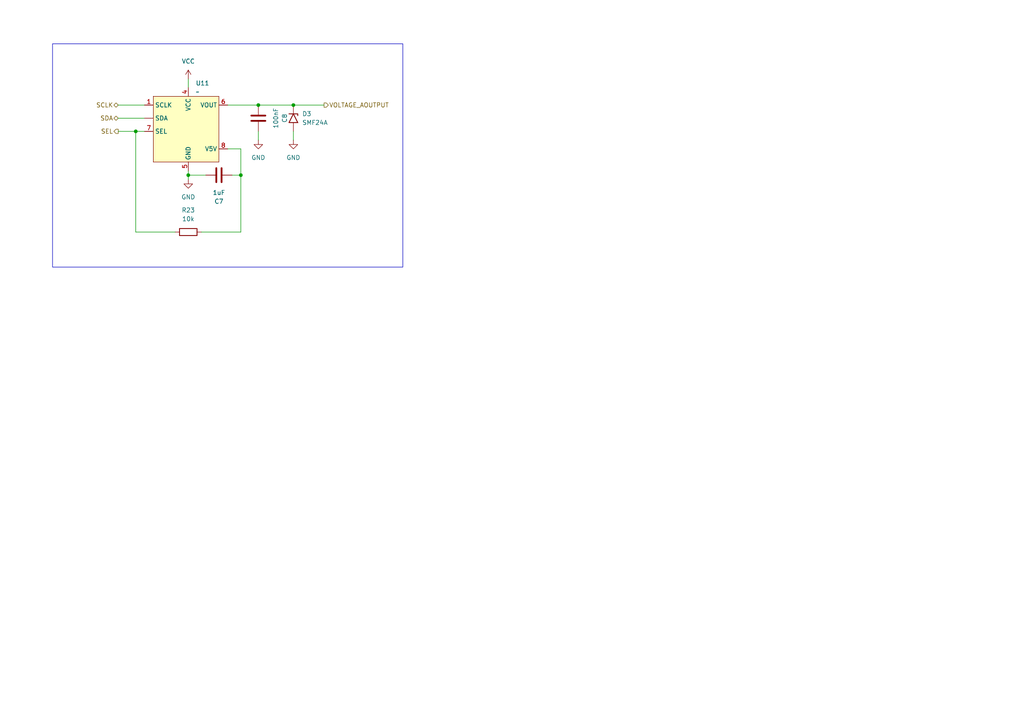
<source format=kicad_sch>
(kicad_sch (version 20250114) (generator "eeschema") (generator_version "9.0")
  (paper "A4")
  (lib_symbols
    (symbol "Device:C" (pin_numbers (hide yes)) (pin_names (offset 0.254))
      (property "Reference" "C" (at 0.635 2.54 0))
      (property "Value" "C" (at 0.635 -2.54 0))
      (symbol "C_0_1"
        (polyline (pts (xy -2.032 0.762) (xy 2.032 0.762)) (stroke (width 0.508)))
        (polyline (pts (xy -2.032 -0.762) (xy 2.032 -0.762)) (stroke (width 0.508)))
      )
      (symbol "C_1_1"
        (pin passive line (at 0 3.81 270) (length 2.794) (name "~") (number "1"))
        (pin passive line (at 0 -3.81 90) (length 2.794) (name "~") (number "2"))
      )
    )
    (symbol "Device:R" (pin_numbers (hide yes)) (pin_names (offset 0))
      (property "Reference" "R" (at 2.032 0 90))
      (property "Value" "R" (at 0 0 90))
      (symbol "R_0_1"
        (rectangle (start -1.016 -2.54) (end 1.016 2.54) (stroke (width 0.254)))
      )
      (symbol "R_1_1"
        (pin passive line (at 0 3.81 270) (length 1.27) (name "~") (number "1"))
        (pin passive line (at 0 -3.81 90) (length 1.27) (name "~") (number "2"))
      )
    )
    (symbol "Diode:SMF24A" (pin_numbers (hide yes)) (pin_names (offset 1.016) (hide yes))
      (property "Reference" "D" (at 0 2.54 0))
      (property "Value" "SMF24A" (at 0 -2.54 0))
      (symbol "SMF24A_0_1"
        (polyline (pts (xy -0.762 1.27) (xy -1.27 1.27) (xy -1.27 -1.27)) (stroke (width 0.254)))
        (polyline (pts (xy 1.27 1.27) (xy 1.27 -1.27) (xy -1.27 0) (xy 1.27 1.27)) (stroke (width 0.254)))
      )
      (symbol "SMF24A_1_1"
        (pin passive line (at -3.81 0 0) (length 2.54) (name "A1") (number "1"))
        (pin passive line (at 3.81 0 180) (length 2.54) (name "A2") (number "2"))
      )
    )
    (symbol "Riqi_Parts:GP8201S"
      (property "Reference" "U" (at 0 0 0))
      (symbol "GP8201S_1_1"
        (rectangle (start -3.81 -1.27) (end 15.24 -20.32) (fill (type background)))
        (pin passive line (at -6.35 -3.81 0) (length 2.54) (name "SCLK") (number "1"))
        (pin passive line (at -6.35 -7.62 0) (length 2.54) (name "SDA") (number ""))
        (pin passive line (at -6.35 -11.43 0) (length 2.54) (name "SEL") (number "7"))
        (pin passive line (at 6.35 1.27 270) (length 2.54) (name "VCC") (number "4"))
        (pin passive line (at 6.35 -22.86 90) (length 2.54) (name "GND") (number "5"))
        (pin passive line (at 17.78 -3.81 180) (length 2.54) (name "VOUT") (number "6"))
        (pin passive line (at 17.78 -16.51 180) (length 2.54) (name "V5V") (number "8"))
      )
    )
    (symbol "power:GND" (power) (pin_numbers (hide yes)) (pin_names (offset 0) (hide yes))
      (property "Value" "GND" (at 0 -3.81 0))
      (symbol "GND_0_1"
        (polyline (pts (xy 0 0) (xy 0 -1.27) (xy 1.27 -1.27) (xy 0 -2.54) (xy -1.27 -1.27) (xy 0 -1.27)))
      )
      (symbol "GND_1_1"
        (pin power_in line (at 0 0 270) (length 0) (name "~") (number "1"))
      )
    )
    (symbol "power:VCC" (power) (pin_numbers (hide yes)) (pin_names (offset 0) (hide yes))
      (property "Value" "VCC" (at 0 3.556 0))
      (symbol "VCC_0_1"
        (polyline (pts (xy -0.762 1.27) (xy 0 2.54)))
        (polyline (pts (xy 0 2.54) (xy 0.762 1.27)))
        (polyline (pts (xy 0 0) (xy 0 2.54)))
      )
      (symbol "VCC_1_1"
        (pin power_in line (at 0 0 90) (length 0) (name "~") (number "1"))
      )
    )
  )
  (rectangle (start 15.24 12.7) (end 116.84 77.47))
  (junction (at 69.85 50.8))
  (junction (at 39.37 38.1))
  (junction (at 85.09 30.48))
  (junction (at 54.61 50.8))
  (junction (at 74.93 30.48))
  (wire (pts (xy 54.61 22.86) (xy 54.61 25.4)))
  (wire (pts (xy 54.61 50.8) (xy 59.69 50.8)))
  (wire (pts (xy 58.42 67.31) (xy 69.85 67.31)))
  (wire (pts (xy 69.85 43.18) (xy 66.04 43.18)))
  (wire (pts (xy 34.29 34.29) (xy 41.91 34.29)))
  (wire (pts (xy 74.93 38.1) (xy 74.93 40.64)))
  (wire (pts (xy 85.09 30.48) (xy 93.98 30.48)))
  (wire (pts (xy 85.09 38.1) (xy 85.09 40.64)))
  (wire (pts (xy 74.93 30.48) (xy 85.09 30.48)))
  (wire (pts (xy 54.61 49.53) (xy 54.61 50.8)))
  (wire (pts (xy 66.04 30.48) (xy 74.93 30.48)))
  (wire (pts (xy 69.85 50.8) (xy 69.85 43.18)))
  (wire (pts (xy 39.37 38.1) (xy 41.91 38.1)))
  (wire (pts (xy 39.37 38.1) (xy 39.37 67.31)))
  (wire (pts (xy 34.29 30.48) (xy 41.91 30.48)))
  (wire (pts (xy 50.8 67.31) (xy 39.37 67.31)))
  (wire (pts (xy 54.61 50.8) (xy 54.61 52.07)))
  (wire (pts (xy 67.31 50.8) (xy 69.85 50.8)))
  (wire (pts (xy 34.29 38.1) (xy 39.37 38.1)))
  (wire (pts (xy 69.85 67.31) (xy 69.85 50.8)))
  (hierarchical_label "SCLK" (shape bidirectional) (at 34.29 30.48 180))
  (hierarchical_label "SEL" (shape output) (at 34.29 38.1 180))
  (hierarchical_label "SDA" (shape bidirectional) (at 34.29 34.29 180))
  (hierarchical_label "VOLTAGE_AOUTPUT" (shape output) (at 93.98 30.48 0))
  (symbol (lib_id "power:GND") (at 54.61 52.07 0) (unit 1)
    (property "Reference" "#PWR049" (effects (hide yes)))
    (property "Value" "GND" (at 54.61 57.15 0))
    (property "Description" "Power symbol creates a global label with name \"GND\" , ground" (effects (hide yes)))
  )
  (symbol (lib_id "Riqi_Parts:GP8201S") (at 48.26 26.67 0) (unit 1)
    (property "Reference" "U11" (at 56.7533 24.13 0) (effects (justify left)))
    (property "Value" "~" (at 56.7533 26.67 0) (effects (justify left)))
    (property "Footprint" "Riqi_Parts:eSOP-8" (effects (hide yes)))
    (property "Datasheet" "https://lcsc.com/datasheet/lcsc_datasheet_2410121507_Guestgood-GP8201S-TC50-EW_C5240058.pdf" (effects (hide yes)))
  )
  (symbol (lib_id "power:VCC") (at 54.61 22.86 0) (unit 1)
    (property "Reference" "#PWR048" (effects (hide yes)))
    (property "Value" "VCC" (at 54.61 17.78 0))
    (property "Description" "Power symbol creates a global label with name \"VCC\"" (effects (hide yes)))
  )
  (symbol (lib_id "power:GND") (at 85.09 40.64 0) (unit 1)
    (property "Reference" "#PWR046" (effects (hide yes)))
    (property "Value" "GND" (at 85.09 45.72 0))
    (property "Description" "Power symbol creates a global label with name \"GND\" , ground" (effects (hide yes)))
  )
  (symbol (lib_id "Diode:SMF24A") (at 85.09 34.29 270) (unit 1)
    (property "Reference" "D3" (at 87.63 33.0199 90) (effects (justify left)))
    (property "Value" "SMF24A" (at 87.63 35.5599 90) (effects (justify left)))
    (property "Footprint" "Diode_SMD:D_SMF" (effects (hide yes)))
    (property "Datasheet" "https://www.vishay.com/doc?85881" (effects (hide yes)))
    (property "Description" "200W unidirectional Transil Transient Voltage Suppressor, 24Vrwm, SMF" (effects (hide yes)))
    (property "LCSC#" "C7495269" (effects (hide yes)))
  )
  (symbol (lib_id "Device:C") (at 63.5 50.8 90) (unit 1)
    (property "Reference" "C7" (at 63.5 58.42 90))
    (property "Value" "1uF" (at 63.5 55.88 90))
    (property "Description" "Unpolarized capacitor" (effects (hide yes)))
  )
  (symbol (lib_id "power:GND") (at 74.93 40.64 0) (unit 1)
    (property "Reference" "#PWR050" (effects (hide yes)))
    (property "Value" "GND" (at 74.93 45.72 0))
    (property "Description" "Power symbol creates a global label with name \"GND\" , ground" (effects (hide yes)))
  )
  (symbol (lib_id "Device:C") (at 74.93 34.29 180) (unit 1)
    (property "Reference" "C8" (at 82.55 34.29 90))
    (property "Value" "100nF" (at 80.01 34.29 90))
    (property "Description" "Unpolarized capacitor" (effects (hide yes)))
  )
  (symbol (lib_id "Device:R") (at 54.61 67.31 90) (unit 1)
    (property "Reference" "R23" (at 54.61 60.96 90))
    (property "Value" "10k" (at 54.61 63.5 90))
    (property "Description" "Resistor" (effects (hide yes)))
  )
)
</source>
